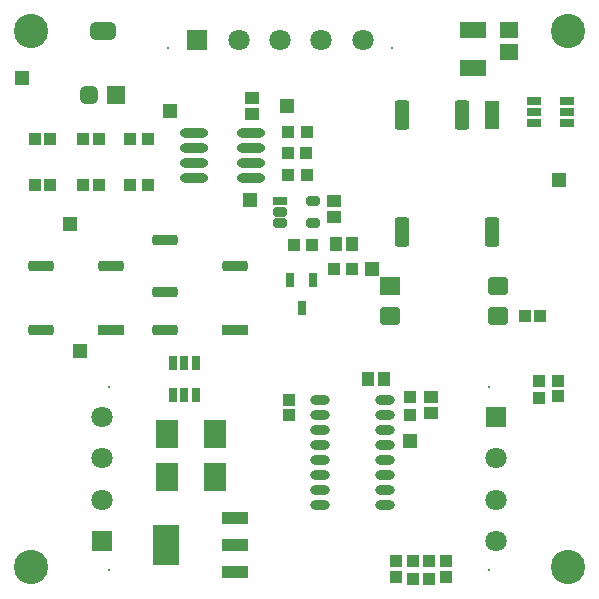
<source format=gts>
G04 Layer_Color=8388736*
%FSLAX25Y25*%
%MOIN*%
G70*
G01*
G75*
%ADD58R,0.04147X0.04147*%
%ADD59R,0.04537X0.04143*%
%ADD60R,0.04147X0.04147*%
%ADD61R,0.04143X0.04537*%
%ADD62R,0.05918X0.05918*%
G04:AMPARAMS|DCode=63|XSize=59.18mil|YSize=59.18mil|CornerRadius=16.8mil|HoleSize=0mil|Usage=FLASHONLY|Rotation=270.000|XOffset=0mil|YOffset=0mil|HoleType=Round|Shape=RoundedRectangle|*
%AMROUNDEDRECTD63*
21,1,0.05918,0.02559,0,0,270.0*
21,1,0.02559,0.05918,0,0,270.0*
1,1,0.03359,-0.01280,-0.01280*
1,1,0.03359,-0.01280,0.01280*
1,1,0.03359,0.01280,0.01280*
1,1,0.03359,0.01280,-0.01280*
%
%ADD63ROUNDEDRECTD63*%
G04:AMPARAMS|DCode=64|XSize=59.18mil|YSize=86.74mil|CornerRadius=16.8mil|HoleSize=0mil|Usage=FLASHONLY|Rotation=270.000|XOffset=0mil|YOffset=0mil|HoleType=Round|Shape=RoundedRectangle|*
%AMROUNDEDRECTD64*
21,1,0.05918,0.05315,0,0,270.0*
21,1,0.02559,0.08674,0,0,270.0*
1,1,0.03359,-0.02658,-0.01280*
1,1,0.03359,-0.02658,0.01280*
1,1,0.03359,0.02658,0.01280*
1,1,0.03359,0.02658,-0.01280*
%
%ADD64ROUNDEDRECTD64*%
%ADD65R,0.04540X0.03162*%
G04:AMPARAMS|DCode=66|XSize=31.62mil|YSize=45.4mil|CornerRadius=6.95mil|HoleSize=0mil|Usage=FLASHONLY|Rotation=90.000|XOffset=0mil|YOffset=0mil|HoleType=Round|Shape=RoundedRectangle|*
%AMROUNDEDRECTD66*
21,1,0.03162,0.03150,0,0,90.0*
21,1,0.01772,0.04540,0,0,90.0*
1,1,0.01391,0.01575,0.00886*
1,1,0.01391,0.01575,-0.00886*
1,1,0.01391,-0.01575,-0.00886*
1,1,0.01391,-0.01575,0.00886*
%
%ADD66ROUNDEDRECTD66*%
%ADD67R,0.06706X0.05918*%
G04:AMPARAMS|DCode=68|XSize=59.18mil|YSize=67.06mil|CornerRadius=10.4mil|HoleSize=0mil|Usage=FLASHONLY|Rotation=90.000|XOffset=0mil|YOffset=0mil|HoleType=Round|Shape=RoundedRectangle|*
%AMROUNDEDRECTD68*
21,1,0.05918,0.04626,0,0,90.0*
21,1,0.03839,0.06706,0,0,90.0*
1,1,0.02080,0.02313,0.01919*
1,1,0.02080,0.02313,-0.01919*
1,1,0.02080,-0.02313,-0.01919*
1,1,0.02080,-0.02313,0.01919*
%
%ADD68ROUNDEDRECTD68*%
%ADD69O,0.09461X0.03162*%
%ADD70O,0.06509X0.03162*%
G04:AMPARAMS|DCode=71|XSize=47.37mil|YSize=98.16mil|CornerRadius=7.94mil|HoleSize=0mil|Usage=FLASHONLY|Rotation=180.000|XOffset=0mil|YOffset=0mil|HoleType=Round|Shape=RoundedRectangle|*
%AMROUNDEDRECTD71*
21,1,0.04737,0.08228,0,0,180.0*
21,1,0.03150,0.09816,0,0,180.0*
1,1,0.01587,-0.01575,0.04114*
1,1,0.01587,0.01575,0.04114*
1,1,0.01587,0.01575,-0.04114*
1,1,0.01587,-0.01575,-0.04114*
%
%ADD71ROUNDEDRECTD71*%
%ADD72R,0.04737X0.09816*%
%ADD73R,0.04737X0.04737*%
%ADD74R,0.04737X0.04737*%
%ADD75R,0.04343X0.03950*%
%ADD76R,0.03950X0.04343*%
%ADD77R,0.09068X0.04343*%
%ADD78R,0.09068X0.13398*%
%ADD79R,0.02962X0.04537*%
%ADD80R,0.03162X0.04737*%
%ADD81R,0.04537X0.02962*%
%ADD82R,0.08674X0.05524*%
G04:AMPARAMS|DCode=83|XSize=35.56mil|YSize=86.74mil|CornerRadius=10.89mil|HoleSize=0mil|Usage=FLASHONLY|Rotation=90.000|XOffset=0mil|YOffset=0mil|HoleType=Round|Shape=RoundedRectangle|*
%AMROUNDEDRECTD83*
21,1,0.03556,0.06496,0,0,90.0*
21,1,0.01378,0.08674,0,0,90.0*
1,1,0.02178,0.03248,0.00689*
1,1,0.02178,0.03248,-0.00689*
1,1,0.02178,-0.03248,-0.00689*
1,1,0.02178,-0.03248,0.00689*
%
%ADD83ROUNDEDRECTD83*%
%ADD84R,0.08674X0.03556*%
%ADD85R,0.03950X0.03950*%
%ADD86R,0.07800X0.09300*%
%ADD87R,0.06312X0.05524*%
%ADD88R,0.07099X0.07099*%
%ADD89C,0.00800*%
%ADD90C,0.07099*%
%ADD91R,0.07099X0.07099*%
%ADD92C,0.11430*%
D58*
X135181Y-130894D02*
D03*
Y-136996D02*
D03*
D59*
X142110Y-130894D02*
D03*
Y-136209D02*
D03*
X109866Y-70925D02*
D03*
Y-65610D02*
D03*
X82583Y-31331D02*
D03*
Y-36646D02*
D03*
D60*
X100748Y-49779D02*
D03*
X94646D02*
D03*
X41890Y-60429D02*
D03*
X47992D02*
D03*
X41898Y-45153D02*
D03*
X48000D02*
D03*
X102701Y-80453D02*
D03*
X96598D02*
D03*
X109913Y-88228D02*
D03*
X116016D02*
D03*
X100839Y-42768D02*
D03*
X94736D02*
D03*
X94657Y-57032D02*
D03*
X100760D02*
D03*
D61*
X121280Y-125161D02*
D03*
X126594D02*
D03*
X116016Y-80165D02*
D03*
X110701D02*
D03*
D62*
X37347Y-30512D02*
D03*
D63*
X28291D02*
D03*
D64*
X32819Y-8858D02*
D03*
D65*
X91937Y-65567D02*
D03*
D66*
Y-69307D02*
D03*
Y-73047D02*
D03*
X102764Y-65567D02*
D03*
Y-73047D02*
D03*
D67*
X128512Y-93937D02*
D03*
D68*
Y-103937D02*
D03*
X164732D02*
D03*
Y-93937D02*
D03*
D69*
X63386Y-43043D02*
D03*
Y-48043D02*
D03*
Y-53043D02*
D03*
Y-58043D02*
D03*
X82284Y-43043D02*
D03*
Y-48043D02*
D03*
Y-53043D02*
D03*
Y-58043D02*
D03*
D70*
X105378Y-132043D02*
D03*
Y-137043D02*
D03*
Y-142043D02*
D03*
Y-147043D02*
D03*
Y-152043D02*
D03*
Y-157043D02*
D03*
Y-162043D02*
D03*
Y-167043D02*
D03*
X126835Y-132043D02*
D03*
Y-137043D02*
D03*
Y-142043D02*
D03*
Y-147043D02*
D03*
Y-152043D02*
D03*
Y-157043D02*
D03*
Y-162043D02*
D03*
Y-167043D02*
D03*
D71*
X132449Y-75953D02*
D03*
X162449D02*
D03*
X152449Y-36937D02*
D03*
X132449D02*
D03*
D72*
X162449D02*
D03*
D73*
X25189Y-115744D02*
D03*
X22059Y-73425D02*
D03*
X55264Y-35626D02*
D03*
X82071Y-65488D02*
D03*
X122461Y-88232D02*
D03*
X184850Y-58728D02*
D03*
X6055Y-24638D02*
D03*
X94374Y-33968D02*
D03*
D74*
X135409Y-145614D02*
D03*
D75*
X130547Y-190929D02*
D03*
Y-185811D02*
D03*
X147390Y-190929D02*
D03*
Y-185811D02*
D03*
X94988Y-132043D02*
D03*
Y-137161D02*
D03*
X184716Y-130720D02*
D03*
Y-125602D02*
D03*
D76*
X26311Y-60374D02*
D03*
X31429D02*
D03*
X26311Y-45098D02*
D03*
X31429D02*
D03*
X10287Y-45154D02*
D03*
X15405D02*
D03*
X10287Y-60429D02*
D03*
X15405D02*
D03*
X173583Y-103925D02*
D03*
X178701D02*
D03*
D77*
X76980Y-189394D02*
D03*
Y-180339D02*
D03*
Y-171283D02*
D03*
D78*
X53752Y-180339D02*
D03*
D79*
X56315Y-119653D02*
D03*
X60055D02*
D03*
X63795D02*
D03*
Y-130402D02*
D03*
X60055D02*
D03*
X56315D02*
D03*
D80*
X102850Y-91965D02*
D03*
X95370D02*
D03*
X99110Y-101413D02*
D03*
D81*
X187480Y-32362D02*
D03*
Y-36102D02*
D03*
Y-39843D02*
D03*
X176732D02*
D03*
Y-36102D02*
D03*
Y-32362D02*
D03*
D82*
X156370Y-8653D02*
D03*
Y-21252D02*
D03*
D83*
X53449Y-78740D02*
D03*
Y-96063D02*
D03*
Y-108661D02*
D03*
X77071Y-87402D02*
D03*
X12126Y-108614D02*
D03*
Y-87354D02*
D03*
X35748D02*
D03*
D84*
X77071Y-108661D02*
D03*
X35748Y-108614D02*
D03*
D85*
X136323Y-191612D02*
D03*
Y-185706D02*
D03*
X141575Y-191612D02*
D03*
Y-185706D02*
D03*
X178173Y-125606D02*
D03*
Y-131512D02*
D03*
D86*
X54201Y-157709D02*
D03*
X70201D02*
D03*
X54130Y-143390D02*
D03*
X70130D02*
D03*
D87*
X168189Y-8819D02*
D03*
Y-15905D02*
D03*
D88*
X64386Y-12122D02*
D03*
D89*
X54543Y-14602D02*
D03*
X129347D02*
D03*
X161437Y-188815D02*
D03*
Y-127791D02*
D03*
X34902Y-188815D02*
D03*
Y-127791D02*
D03*
D90*
X78165Y-12122D02*
D03*
X91945D02*
D03*
X105724D02*
D03*
X119504D02*
D03*
X163917Y-178972D02*
D03*
Y-165193D02*
D03*
Y-151413D02*
D03*
X32421Y-165193D02*
D03*
Y-151413D02*
D03*
Y-137634D02*
D03*
D91*
X163917D02*
D03*
X32421Y-178972D02*
D03*
D92*
X9055Y-9055D02*
D03*
Y-187795D02*
D03*
X187795D02*
D03*
Y-9055D02*
D03*
M02*

</source>
